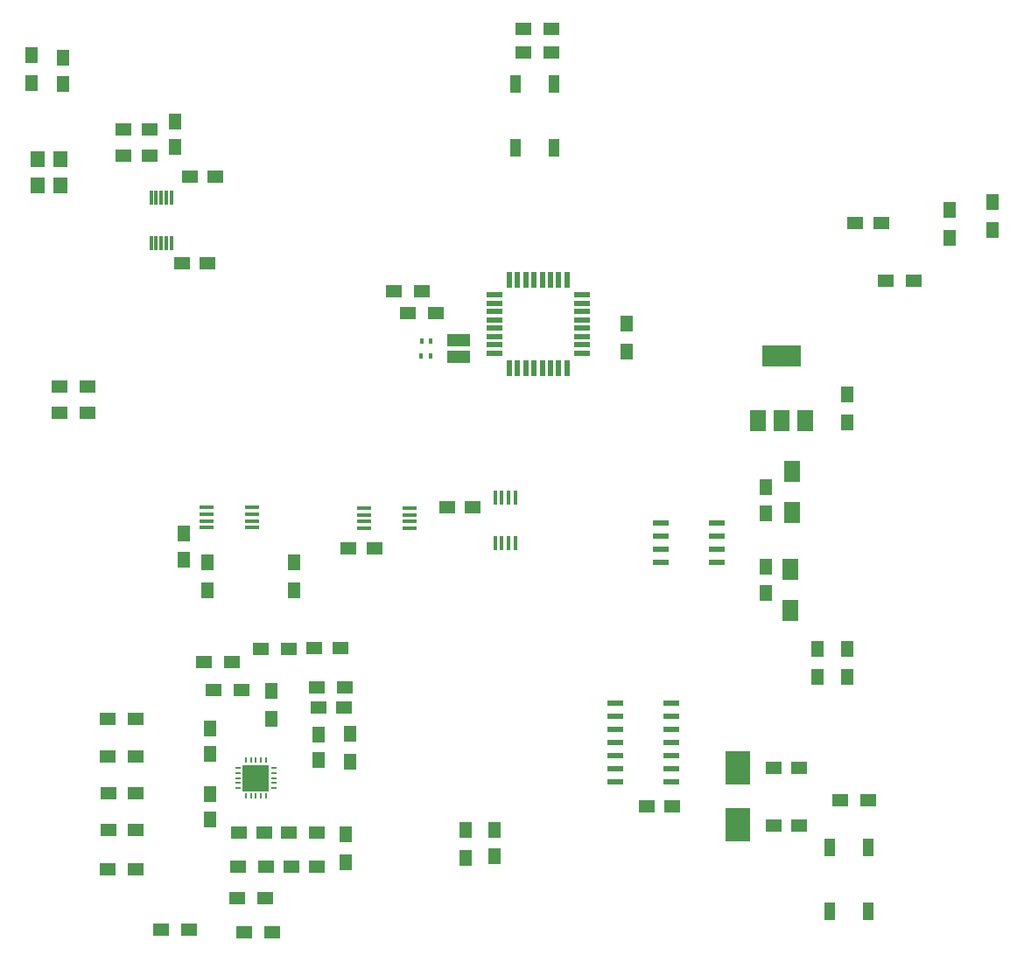
<source format=gbr>
G04 #@! TF.FileFunction,Paste,Top*
%FSLAX46Y46*%
G04 Gerber Fmt 4.6, Leading zero omitted, Abs format (unit mm)*
G04 Created by KiCad (PCBNEW 4.0.2-stable) date 10/05/17 15:07:02*
%MOMM*%
G01*
G04 APERTURE LIST*
%ADD10C,0.100000*%
%ADD11R,1.250000X1.500000*%
%ADD12R,1.500000X1.250000*%
%ADD13R,1.300000X1.500000*%
%ADD14R,1.500000X1.300000*%
%ADD15R,1.600000X2.000000*%
%ADD16R,1.400000X1.600000*%
%ADD17R,1.100000X1.800000*%
%ADD18R,0.300000X1.400000*%
%ADD19R,2.400000X3.325000*%
%ADD20R,2.300000X1.200000*%
%ADD21R,1.500000X0.600000*%
%ADD22R,0.500000X0.250000*%
%ADD23R,0.250000X0.500000*%
%ADD24R,2.500000X2.500000*%
%ADD25R,1.600000X0.550000*%
%ADD26R,0.550000X1.600000*%
%ADD27R,1.450000X0.450000*%
%ADD28R,1.550000X0.600000*%
%ADD29R,0.450000X1.450000*%
%ADD30R,3.800000X2.000000*%
%ADD31R,1.500000X2.000000*%
%ADD32R,0.400000X0.600000*%
G04 APERTURE END LIST*
D10*
D11*
X94500000Y-121450000D03*
X94500000Y-123950000D03*
D12*
X107050000Y-107350000D03*
X104550000Y-107350000D03*
D11*
X94500000Y-115100000D03*
X94500000Y-117600000D03*
D12*
X99750000Y-125200000D03*
X97250000Y-125200000D03*
X104800000Y-128450000D03*
X102300000Y-128450000D03*
X104950000Y-113050000D03*
X107450000Y-113050000D03*
D11*
X104950000Y-118200000D03*
X104950000Y-115700000D03*
D12*
X110350000Y-97650000D03*
X107850000Y-97650000D03*
D11*
X122000000Y-124950000D03*
X122000000Y-127450000D03*
D13*
X134800000Y-78600000D03*
X134800000Y-75900000D03*
D12*
X156900000Y-66200000D03*
X159400000Y-66200000D03*
D14*
X116300000Y-74900000D03*
X113600000Y-74900000D03*
X114950000Y-72750000D03*
X112250000Y-72750000D03*
D12*
X148950000Y-124500000D03*
X151450000Y-124500000D03*
X148950000Y-118950000D03*
X151450000Y-118950000D03*
D11*
X80250000Y-52700000D03*
X80250000Y-50200000D03*
D15*
X150600000Y-103700000D03*
X150600000Y-99700000D03*
D14*
X124800000Y-47400000D03*
X127500000Y-47400000D03*
D11*
X148200000Y-99450000D03*
X148200000Y-101950000D03*
D12*
X88600000Y-57150000D03*
X86100000Y-57150000D03*
X88600000Y-59650000D03*
X86100000Y-59650000D03*
X139172000Y-122682000D03*
X136672000Y-122682000D03*
D11*
X148200000Y-91750000D03*
X148200000Y-94250000D03*
D15*
X150800000Y-90200000D03*
X150800000Y-94200000D03*
D11*
X91100000Y-58850000D03*
X91100000Y-56350000D03*
D12*
X94976000Y-61722000D03*
X92476000Y-61722000D03*
X91714000Y-70104000D03*
X94214000Y-70104000D03*
D13*
X156070000Y-82810000D03*
X156070000Y-85510000D03*
D11*
X91900000Y-98750000D03*
X91900000Y-96250000D03*
D14*
X159830000Y-71750000D03*
X162530000Y-71750000D03*
D16*
X79950000Y-60000000D03*
X77750000Y-60000000D03*
X79950000Y-62500000D03*
X77750000Y-62500000D03*
D14*
X82574000Y-81968000D03*
X79874000Y-81968000D03*
D13*
X156100000Y-107450000D03*
X156100000Y-110150000D03*
X170180000Y-64182000D03*
X170180000Y-66882000D03*
D14*
X87300000Y-124900000D03*
X84600000Y-124900000D03*
X100500000Y-134850000D03*
X97800000Y-134850000D03*
X84550000Y-128750000D03*
X87250000Y-128750000D03*
X87250000Y-114200000D03*
X84550000Y-114200000D03*
X84550000Y-117800000D03*
X87250000Y-117800000D03*
X84600000Y-121350000D03*
X87300000Y-121350000D03*
X99400000Y-107400000D03*
X102100000Y-107400000D03*
X97500000Y-111350000D03*
X94800000Y-111350000D03*
X97100000Y-131500000D03*
X99800000Y-131500000D03*
X93900000Y-108700000D03*
X96600000Y-108700000D03*
X97150000Y-128450000D03*
X99850000Y-128450000D03*
D13*
X100350000Y-114200000D03*
X100350000Y-111500000D03*
D14*
X102100000Y-125200000D03*
X104800000Y-125200000D03*
X104800000Y-111100000D03*
X107500000Y-111100000D03*
D13*
X107550000Y-125350000D03*
X107550000Y-128050000D03*
X108050000Y-118300000D03*
X108050000Y-115600000D03*
X119150000Y-124950000D03*
X119150000Y-127650000D03*
X102600000Y-101750000D03*
X102600000Y-99050000D03*
X94200000Y-101750000D03*
X94200000Y-99050000D03*
X77150000Y-49900000D03*
X77150000Y-52600000D03*
D14*
X79930000Y-84582000D03*
X82630000Y-84582000D03*
D13*
X166000000Y-64900000D03*
X166000000Y-67600000D03*
X153200000Y-110100000D03*
X153200000Y-107400000D03*
D14*
X124800000Y-49700000D03*
X127500000Y-49700000D03*
X158100000Y-122050000D03*
X155400000Y-122050000D03*
D17*
X127700000Y-58900000D03*
X127700000Y-52700000D03*
X124000000Y-52700000D03*
X124000000Y-58900000D03*
X158100000Y-132800000D03*
X158100000Y-126600000D03*
X154400000Y-126600000D03*
X154400000Y-132800000D03*
D18*
X90750000Y-63750000D03*
X90250000Y-63750000D03*
X89750000Y-63750000D03*
X89250000Y-63750000D03*
X88750000Y-63750000D03*
X88750000Y-68150000D03*
X89250000Y-68150000D03*
X89750000Y-68150000D03*
X90250000Y-68150000D03*
X90750000Y-68150000D03*
D19*
X145550000Y-124462500D03*
X145550000Y-118937500D03*
D20*
X118500000Y-77550000D03*
X118500000Y-79150000D03*
D14*
X89700000Y-134600000D03*
X92400000Y-134600000D03*
D21*
X139100000Y-120310000D03*
X139100000Y-119040000D03*
X139100000Y-117770000D03*
X139100000Y-116500000D03*
X139100000Y-115230000D03*
X139100000Y-113960000D03*
X139100000Y-112690000D03*
X133700000Y-112690000D03*
X133700000Y-113960000D03*
X133700000Y-115230000D03*
X133700000Y-116500000D03*
X133700000Y-117770000D03*
X133700000Y-119040000D03*
X133700000Y-120310000D03*
D22*
X97150000Y-118900000D03*
X97150000Y-119400000D03*
X97150000Y-119900000D03*
X97150000Y-120400000D03*
X97150000Y-120900000D03*
D23*
X97900000Y-121650000D03*
D24*
X98900000Y-119900000D03*
D23*
X98400000Y-121650000D03*
X98900000Y-121650000D03*
X99400000Y-121650000D03*
X99900000Y-121650000D03*
D22*
X100650000Y-120900000D03*
X100650000Y-120400000D03*
X100650000Y-119900000D03*
X100650000Y-119400000D03*
X100650000Y-118900000D03*
D23*
X99900000Y-118150000D03*
X99400000Y-118150000D03*
X98900000Y-118150000D03*
X98400000Y-118150000D03*
X97900000Y-118150000D03*
D25*
X121950000Y-73150000D03*
X121950000Y-73950000D03*
X121950000Y-74750000D03*
X121950000Y-75550000D03*
X121950000Y-76350000D03*
X121950000Y-77150000D03*
X121950000Y-77950000D03*
X121950000Y-78750000D03*
D26*
X123400000Y-80200000D03*
X124200000Y-80200000D03*
X125000000Y-80200000D03*
X125800000Y-80200000D03*
X126600000Y-80200000D03*
X127400000Y-80200000D03*
X128200000Y-80200000D03*
X129000000Y-80200000D03*
D25*
X130450000Y-78750000D03*
X130450000Y-77950000D03*
X130450000Y-77150000D03*
X130450000Y-76350000D03*
X130450000Y-75550000D03*
X130450000Y-74750000D03*
X130450000Y-73950000D03*
X130450000Y-73150000D03*
D26*
X129000000Y-71700000D03*
X128200000Y-71700000D03*
X127400000Y-71700000D03*
X126600000Y-71700000D03*
X125800000Y-71700000D03*
X125000000Y-71700000D03*
X124200000Y-71700000D03*
X123400000Y-71700000D03*
D27*
X109400000Y-93775000D03*
X109400000Y-94425000D03*
X109400000Y-95075000D03*
X109400000Y-95725000D03*
X113800000Y-95725000D03*
X113800000Y-95075000D03*
X113800000Y-94425000D03*
X113800000Y-93775000D03*
X94100000Y-93725000D03*
X94100000Y-94375000D03*
X94100000Y-95025000D03*
X94100000Y-95675000D03*
X98500000Y-95675000D03*
X98500000Y-95025000D03*
X98500000Y-94375000D03*
X98500000Y-93725000D03*
D28*
X138100000Y-95195000D03*
X138100000Y-96465000D03*
X138100000Y-97735000D03*
X138100000Y-99005000D03*
X143500000Y-99005000D03*
X143500000Y-97735000D03*
X143500000Y-96465000D03*
X143500000Y-95195000D03*
D12*
X117368000Y-93726000D03*
X119868000Y-93726000D03*
D29*
X123975000Y-92800000D03*
X123325000Y-92800000D03*
X122675000Y-92800000D03*
X122025000Y-92800000D03*
X122025000Y-97200000D03*
X122675000Y-97200000D03*
X123325000Y-97200000D03*
X123975000Y-97200000D03*
D30*
X149750000Y-79050000D03*
D31*
X149750000Y-85350000D03*
X152050000Y-85350000D03*
X147450000Y-85350000D03*
D32*
X115820000Y-77600000D03*
X114920000Y-77600000D03*
X115790000Y-79080000D03*
X114890000Y-79080000D03*
M02*

</source>
